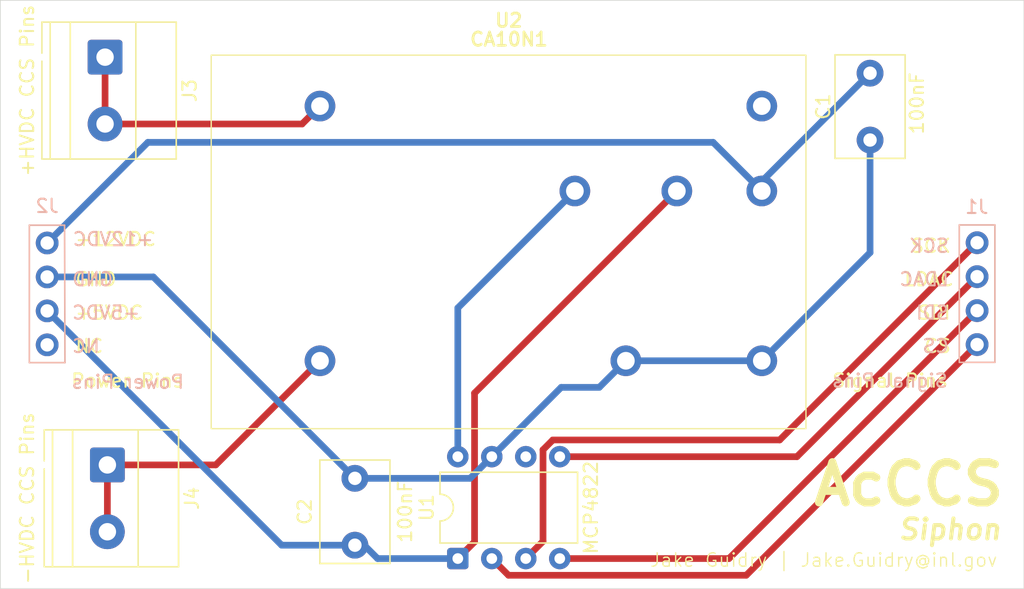
<source format=kicad_pcb>
(kicad_pcb (version 20241229) (generator "pcbnew") (generator_version "9.0")
  (layers (0 "F.Cu" signal) (2 "B.Cu" signal) (13 "F.Paste" user) (15 "B.Paste" user) (5 "F.SilkS" user "F.Silkscreen") (7 "B.SilkS" user "B.Silkscreen") (1 "F.Mask" user) (3 "B.Mask" user) (25 "Edge.Cuts" user))
  (net 0 "")
  (net 1 "/GND")
  (net 2 "/+12VDC")
  (net 3 "/+5VDC")
  (net 4 "/+HVDC")
  (net 5 "/-HVDC")
  (net 7 "/SDI")
  (net 8 "/CS")
  (net 9 "/SCK")
  (net 10 "/LDAC")
  (net 11 "Net-(U1-VA)")
  (footprint "Capacitor_THT:C_Disc_D7.5mm_W5.0mm_P5.00mm" (layer "F.Cu") (at 176.5 83.5 -90)
    (property "Reference" "C1" (at 2.5 3.5 90) (layer "F.SilkS"))
    (property "Value" "100nF" (at 2.25 -3.5 90) (layer "F.SilkS"))
    (fp_line (start -1.37 2.62) (end 6.37 2.62) (stroke (width 0.12)) (layer "F.SilkS"))
    (fp_line (start -1.37 -2.62) (end -1.37 2.62) (stroke (width 0.12)) (layer "F.SilkS"))
    (fp_line (start -1.37 -2.62) (end 6.37 -2.62) (stroke (width 0.12)) (layer "F.SilkS"))
    (fp_line (start 6.37 -2.62) (end 6.37 2.62) (stroke (width 0.12)) (layer "F.SilkS"))
    (pad "1" thru_hole circle (at 0 0 270) (size 2 2) (drill 1) (layers "*.Cu" "*.Mask") (net 2 "/+12VDC"))
    (pad "2" thru_hole circle (at 5 0 270) (size 2 2) (drill 1) (layers "*.Cu" "*.Mask") (net 1 "/GND"))
  )
  (footprint "Package_DIP:DIP-8_W7.62mm" (layer "F.Cu") (at 145.69 119.805 90)
    (property "Reference" "U1" (at 3.81 -2.33 90) (layer "F.SilkS"))
    (property "Value" "MCP4822" (at 3.81 9.95 90) (layer "F.SilkS"))
    (fp_line (start 6.46 -1.33) (end 4.81 -1.33) (stroke (width 0.12)) (layer "F.SilkS"))
    (fp_line (start 2.81 -1.33) (end 1.16 -1.33) (stroke (width 0.12)) (layer "F.SilkS"))
    (fp_line (start 1.16 -1.33) (end 1.16 8.95) (stroke (width 0.12)) (layer "F.SilkS"))
    (fp_line (start 6.46 8.95) (end 6.46 -1.33) (stroke (width 0.12)) (layer "F.SilkS"))
    (fp_line (start 1.16 8.95) (end 6.46 8.95) (stroke (width 0.12)) (layer "F.SilkS"))
    (fp_arc (start 4.81 -1.33) (mid 3.81 -0.33) (end 2.81 -1.33) (stroke (width 0.12)) (layer "F.SilkS"))
    (pad "1" thru_hole roundrect (at 0 0 90) (size 1.6 1.6) (drill 0.8) (layers "*.Cu" "*.Mask") (roundrect_rratio 0.15625) (net 3 "/+5VDC"))
    (pad "2" thru_hole circle (at 0 2.54 90) (size 1.6 1.6) (drill 0.8) (layers "*.Cu" "*.Mask") (net 8 "/CS"))
    (pad "3" thru_hole circle (at 0 5.08 90) (size 1.6 1.6) (drill 0.8) (layers "*.Cu" "*.Mask") (net 9 "/SCK"))
    (pad "4" thru_hole circle (at 0 7.62 90) (size 1.6 1.6) (drill 0.8) (layers "*.Cu" "*.Mask") (net 7 "/SDI"))
    (pad "5" thru_hole circle (at 7.62 7.62 90) (size 1.6 1.6) (drill 0.8) (layers "*.Cu" "*.Mask") (net 10 "/LDAC"))
    (pad "6" thru_hole circle (at 7.62 5.08 90) (size 1.6 1.6) (drill 0.8) (layers "*.Cu" "*.Mask"))
    (pad "7" thru_hole circle (at 7.62 2.54 90) (size 1.6 1.6) (drill 0.8) (layers "*.Cu" "*.Mask") (net 1 "/GND"))
    (pad "8" thru_hole circle (at 7.62 0 90) (size 1.6 1.6) (drill 0.8) (layers "*.Cu" "*.Mask") (net 11 "Net-(U1-VA)"))
  )
  (footprint "AcCCS_Siphon:CA10N" (layer "F.Cu") (at 135.39 85.96)
    (property "Reference" "U2" (at 14.11 -6.41 0) (layer "F.SilkS") (effects (font (thickness 0.2) (bold yes))))
    (property "Value" "CA10N1" (hide yes))
    (fp_rect (start -8.13 -3.81) (end 36.32 24.13) (stroke (width 0.1)) (fill no) (layer "F.SilkS"))
    (pad "" np_thru_hole circle (at 14.61 5.59) (size 4.75 4.75) (drill 4.75) (layers "*.Cu" "*.Mask"))
    (pad "1" thru_hole circle (at 0 0) (size 2.29 2.29) (drill 1.32) (layers "*.Cu" "*.Mask") (net 4 "/+HVDC"))
    (pad "2" thru_hole circle (at 19.05 6.35) (size 2.29 2.29) (drill 1.32) (layers "*.Cu" "*.Mask") (net 11 "Net-(U1-VA)"))
    (pad "3" thru_hole circle (at 22.86 19.05) (size 2.29 2.29) (drill 1.32) (layers "*.Cu" "*.Mask") (net 1 "/GND"))
    (pad "4" thru_hole circle (at 26.67 6.35) (size 2.29 2.29) (drill 1.32) (layers "*.Cu" "*.Mask") (net 3 "/+5VDC"))
    (pad "5" thru_hole circle (at 33.02 19.05) (size 2.29 2.29) (drill 1.32) (layers "*.Cu" "*.Mask") (net 1 "/GND"))
    (pad "6" thru_hole circle (at 33.02 6.35) (size 2.29 2.29) (drill 1.32) (layers "*.Cu" "*.Mask") (net 2 "/+12VDC"))
    (pad "7" thru_hole circle (at 33.02 0) (size 2.29 2.29) (drill 1.32) (layers "*.Cu" "*.Mask"))
    (pad "8" thru_hole circle (at 0 19.05) (size 2.29 2.29) (drill 1.32) (layers "*.Cu" "*.Mask") (net 5 "/-HVDC"))
  )
  (footprint "TerminalBlock_Phoenix:TerminalBlock_Phoenix_MKDS-1,5-2_1x02_P5.00mm_Horizontal" (layer "F.Cu") (at 119.3275 82.3 -90)
    (property "Reference" "J3" (at 2.5 -6.32 90) (layer "F.SilkS"))
    (property "Value" "+HVDC CCS Pins" (at 2.5 5.8275 90) (layer "F.SilkS"))
    (fp_line (start -2.62 4.72) (end -0.3 4.72) (stroke (width 0.12)) (layer "F.SilkS"))
    (fp_line (start 0.3 4.72) (end 7.62 4.72) (stroke (width 0.12)) (layer "F.SilkS"))
    (fp_line (start -2.62 4.1) (end 7.62 4.1) (stroke (width 0.12)) (layer "F.SilkS"))
    (fp_line (start -2.62 2.6) (end 7.62 2.6) (stroke (width 0.12)) (layer "F.SilkS"))
    (fp_line (start -2.62 -2.3) (end 7.62 -2.3) (stroke (width 0.12)) (layer "F.SilkS"))
    (fp_line (start -2.62 -5.32) (end -2.62 4.72) (stroke (width 0.12)) (layer "F.SilkS"))
    (fp_line (start -2.62 -5.32) (end 7.62 -5.32) (stroke (width 0.12)) (layer "F.SilkS"))
    (fp_line (start 7.62 -5.32) (end 7.62 4.72) (stroke (width 0.12)) (layer "F.SilkS"))
    (pad "1" thru_hole roundrect (at 0 0 270) (size 2.6 2.6) (drill 1.3) (layers "*.Cu" "*.Mask") (roundrect_rratio 0.096154) (net 4 "/+HVDC"))
    (pad "2" thru_hole circle (at 5 0 270) (size 2.6 2.6) (drill 1.3) (layers "*.Cu" "*.Mask") (net 4 "/+HVDC"))
  )
  (footprint "TerminalBlock_Phoenix:TerminalBlock_Phoenix_MKDS-1,5-2_1x02_P5.00mm_Horizontal" (layer "F.Cu") (at 119.5 112.8 -90)
    (property "Reference" "J4" (at 2.5 -6.32 90) (layer "F.SilkS"))
    (property "Value" "-HVDC CCS Pins" (at 2.5 6 90) (layer "F.SilkS"))
    (fp_line (start -2.62 4.72) (end -0.3 4.72) (stroke (width 0.12)) (layer "F.SilkS"))
    (fp_line (start 0.3 4.72) (end 7.62 4.72) (stroke (width 0.12)) (layer "F.SilkS"))
    (fp_line (start -2.62 4.1) (end 7.62 4.1) (stroke (width 0.12)) (layer "F.SilkS"))
    (fp_line (start -2.62 2.6) (end 7.62 2.6) (stroke (width 0.12)) (layer "F.SilkS"))
    (fp_line (start -2.62 -2.3) (end 7.62 -2.3) (stroke (width 0.12)) (layer "F.SilkS"))
    (fp_line (start -2.62 -5.32) (end -2.62 4.72) (stroke (width 0.12)) (layer "F.SilkS"))
    (fp_line (start -2.62 -5.32) (end 7.62 -5.32) (stroke (width 0.12)) (layer "F.SilkS"))
    (fp_line (start 7.62 -5.32) (end 7.62 4.72) (stroke (width 0.12)) (layer "F.SilkS"))
    (pad "1" thru_hole roundrect (at 0 0 270) (size 2.6 2.6) (drill 1.3) (layers "*.Cu" "*.Mask") (roundrect_rratio 0.096154) (net 5 "/-HVDC"))
    (pad "2" thru_hole circle (at 5 0 270) (size 2.6 2.6) (drill 1.3) (layers "*.Cu" "*.Mask") (net 5 "/-HVDC"))
  )
  (footprint "Capacitor_THT:C_Disc_D7.5mm_W5.0mm_P5.00mm" (layer "F.Cu") (at 138 118.805 90)
    (property "Reference" "C2" (at 2.5 -3.75 90) (layer "F.SilkS"))
    (property "Value" "100nF" (at 2.5 3.75 90) (layer "F.SilkS"))
    (fp_line (start 6.37 -2.62) (end 6.37 2.62) (stroke (width 0.12)) (layer "F.SilkS"))
    (fp_line (start -1.37 -2.62) (end 6.37 -2.62) (stroke (width 0.12)) (layer "F.SilkS"))
    (fp_line (start -1.37 -2.62) (end -1.37 2.62) (stroke (width 0.12)) (layer "F.SilkS"))
    (fp_line (start -1.37 2.62) (end 6.37 2.62) (stroke (width 0.12)) (layer "F.SilkS"))
    (pad "1" thru_hole circle (at 0 0 90) (size 2 2) (drill 1) (layers "*.Cu" "*.Mask") (net 3 "/+5VDC"))
    (pad "2" thru_hole circle (at 5 0 90) (size 2 2) (drill 1) (layers "*.Cu" "*.Mask") (net 1 "/GND"))
  )
  (footprint "Connector_PinSocket_2.54mm:PinSocket_1x04_P2.54mm_Vertical" (layer "B.Cu") (at 184.5 103.8)
    (property "Reference" "J1" (at -0.025 -10.3 180) (layer "B.SilkS") (effects (justify mirror)))
    (property "Value" "Signal Pins" (at -6.525 2.7 180) (layer "B.SilkS") (effects (justify mirror)))
    (fp_line (start -1.33 -8.95) (end 1.33 -8.95) (stroke (width 0.12)) (layer "B.SilkS"))
    (fp_line (start -1.33 1.33) (end -1.33 -8.95) (stroke (width 0.12)) (layer "B.SilkS"))
    (fp_line (start -1.3 1.33) (end 1.33 1.33) (stroke (width 0.12)) (layer "B.SilkS"))
    (fp_line (start 1.33 1.33) (end 1.33 -8.95) (stroke (width 0.12)) (layer "B.SilkS"))
    (pad "1" thru_hole circle (at 0 0) (size 1.7 1.7) (drill 1) (layers "*.Cu" "*.Mask") (net 8 "/CS"))
    (pad "2" thru_hole circle (at 0 -2.54) (size 1.7 1.7) (drill 1) (layers "*.Cu" "*.Mask") (net 7 "/SDI"))
    (pad "3" thru_hole circle (at 0 -5.08) (size 1.7 1.7) (drill 1) (layers "*.Cu" "*.Mask") (net 10 "/LDAC"))
    (pad "4" thru_hole circle (at 0 -7.62) (size 1.7 1.7) (drill 1) (layers "*.Cu" "*.Mask") (net 9 "/SCK"))
  )
  (footprint "Connector_PinSocket_2.54mm:PinSocket_1x04_P2.54mm_Vertical" (layer "B.Cu") (at 115 96.2 180)
    (property "Reference" "J2" (at 0 2.77 0) (layer "B.SilkS") (effects (justify mirror)))
    (property "Value" "Power Pins" (at -6.025 -10.39 0) (layer "B.SilkS") (effects (justify mirror)))
    (fp_line (start 1.33 1.33) (end 1.33 -8.95) (stroke (width 0.12)) (layer "B.SilkS"))
    (fp_line (start -1.3 1.33) (end 1.33 1.33) (stroke (width 0.12)) (layer "B.SilkS"))
    (fp_line (start -1.3 1.33) (end -1.33 -8.95) (stroke (width 0.12)) (layer "B.SilkS"))
    (fp_line (start -1.33 -8.95) (end 1.33 -8.95) (stroke (width 0.12)) (layer "B.SilkS"))
    (pad "1" thru_hole circle (at 0 0 180) (size 1.7 1.7) (drill 1) (layers "*.Cu" "*.Mask") (net 2 "/+12VDC"))
    (pad "2" thru_hole circle (at 0 -2.54 180) (size 1.7 1.7) (drill 1) (layers "*.Cu" "*.Mask") (net 1 "/GND"))
    (pad "3" thru_hole circle (at 0 -5.08 180) (size 1.7 1.7) (drill 1) (layers "*.Cu" "*.Mask") (net 3 "/+5VDC"))
    (pad "4" thru_hole circle (at 0 -7.62 180) (size 1.7 1.7) (drill 1) (layers "*.Cu" "*.Mask"))
  )
  (gr_rect (start 111.5 78.05) (end 188 122.05) (stroke (width 0.05)) (fill no) (layer "Edge.Cuts"))
  (gr_text "Signal Pins" (at 178 106.5 -0) (layer "F.SilkS") (effects (font (size 1 1))))
  (gr_text "NC" (at 117.025 104.5 0) (layer "F.SilkS") (effects (font (size 1 1)) (justify left bottom)))
  (gr_text "CA10N1" (at 146.5 81.55 0) (layer "F.SilkS") (effects (font (size 1 1) (thickness 0.2) (bold yes)) (justify left bottom)))
  (gr_text "CS" (at 180.475 104.5 0) (layer "F.SilkS") (effects (font (size 1 1)) (justify left bottom)))
  (gr_text "SDI\n" (at 179.975 102 0) (layer "F.SilkS") (effects (font (size 1 1)) (justify left bottom)))
  (gr_text "+5VDC" (at 117.025 102 0) (layer "F.SilkS") (effects (font (size 1 1)) (justify left bottom)))
  (gr_text "Siphon" (at 178.5 118.5 0) (layer "F.SilkS") (effects (font (size 1.5 1.5) (thickness 0.3) (bold yes) (italic yes)) (justify left bottom)))
  (gr_text "AcCCS" (at 172 116 0) (layer "F.SilkS") (effects (font (size 3 3) (thickness 0.6) (bold yes)) (justify left bottom)))
  (gr_text "Jake Guidry | Jake.Guidry@inl.gov" (at 160 120.5 0) (layer "F.SilkS") (effects (font (size 1 1) (thickness 0.1)) (justify left bottom)))
  (gr_text "Power Pins" (at 121 106.5 -0) (layer "F.SilkS") (effects (font (size 1 1))))
  (gr_text "GND" (at 117.025 99.5 0) (layer "F.SilkS") (effects (font (size 1 1)) (justify left bottom)))
  (gr_text "LDAC" (at 178.975 99.5 0) (layer "F.SilkS") (effects (font (size 1 1)) (justify left bottom)))
  (gr_text "SCK" (at 179.475 97 0) (layer "F.SilkS") (effects (font (size 1 1)) (justify left bottom)))
  (gr_text "+12VDC" (at 117.025 96.5 0) (layer "F.SilkS") (effects (font (size 1 1)) (justify left bottom)))
  (gr_text "+12VDC" (at 123.025 96.5 -0) (layer "B.SilkS") (effects (font (size 1 1)) (justify left bottom mirror)))
  (gr_text "LDAC" (at 182.475 99.5 -0) (layer "B.SilkS") (effects (font (size 1 1)) (justify left bottom mirror)))
  (gr_text "SCK" (at 182.475 97 -0) (layer "B.SilkS") (effects (font (size 1 1)) (justify left bottom mirror)))
  (gr_text "SDI\n" (at 182.475 102 -0) (layer "B.SilkS") (effects (font (size 1 1)) (justify left bottom mirror)))
  (gr_text "GND" (at 120.025 99.5 -0) (layer "B.SilkS") (effects (font (size 1 1)) (justify left bottom mirror)))
  (gr_text "+5VDC" (at 122.025 102 -0) (layer "B.SilkS") (effects (font (size 1 1)) (justify left bottom mirror)))
  (gr_text "NC" (at 119.025 104.5 -0) (layer "B.SilkS") (effects (font (size 1 1)) (justify left bottom mirror)))
  (gr_text "CS" (at 182.475 104.5 -0) (layer "B.SilkS") (effects (font (size 1 1)) (justify left bottom mirror)))
  (segment (start 138 113.805) (end 122.935 98.74) (width 0.5) (layer "B.Cu") (net 1))
  (segment (start 148.23 112.185) (end 153.415 107) (width 0.5) (layer "B.Cu") (net 1))
  (segment (start 153.415 107) (end 156.26 107) (width 0.5) (layer "B.Cu") (net 1))
  (segment (start 158.25 105.01) (end 168.41 105.01) (width 0.5) (layer "B.Cu") (net 1))
  (segment (start 168.41 105.01) (end 176.5 96.92) (width 0.5) (layer "B.Cu") (net 1))
  (segment (start 176.5 96.92) (end 176.5 88.5) (width 0.5) (layer "B.Cu") (net 1))
  (segment (start 122.935 98.74) (end 115 98.74) (width 0.5) (layer "B.Cu") (net 1))
  (segment (start 146.61 113.805) (end 148.23 112.185) (width 0.5) (layer "B.Cu") (net 1))
  (segment (start 138 113.805) (end 146.61 113.805) (width 0.5) (layer "B.Cu") (net 1))
  (segment (start 156.26 107) (end 158.25 105.01) (width 0.5) (layer "B.Cu") (net 1))
  (segment (start 168.41 91.59) (end 176.5 83.5) (width 0.5) (layer "B.Cu") (net 2))
  (segment (start 115 96.2) (end 122.526 88.674) (width 0.5) (layer "B.Cu") (net 2))
  (segment (start 168.41 92.31) (end 168.41 91.59) (width 0.5) (layer "B.Cu") (net 2))
  (segment (start 122.526 88.674) (end 164.774 88.674) (width 0.5) (layer "B.Cu") (net 2))
  (segment (start 164.774 88.674) (end 168.41 92.31) (width 0.5) (layer "B.Cu") (net 2))
  (segment (start 146.941 107.429) (end 146.941 118.554) (width 0.5) (layer "F.Cu") (net 3))
  (segment (start 162.06 92.31) (end 146.941 107.429) (width 0.5) (layer "F.Cu") (net 3))
  (segment (start 146.941 118.554) (end 145.69 119.805) (width 0.5) (layer "F.Cu") (net 3))
  (segment (start 138 118.805) (end 138.695 118.805) (width 0.5) (layer "B.Cu") (net 3))
  (segment (start 132.525 118.805) (end 138 118.805) (width 0.5) (layer "B.Cu") (net 3))
  (segment (start 139.695 119.805) (end 145.69 119.805) (width 0.5) (layer "B.Cu") (net 3))
  (segment (start 115 101.28) (end 132.525 118.805) (width 0.5) (layer "B.Cu") (net 3))
  (segment (start 138.695 118.805) (end 139.695 119.805) (width 0.5) (layer "B.Cu") (net 3))
  (segment (start 119.3275 82.3) (end 119.3275 87.3) (width 0.5) (layer "F.Cu") (net 4))
  (segment (start 134.05 87.3) (end 119.3275 87.3) (width 0.5) (layer "F.Cu") (net 4))
  (segment (start 135.39 85.96) (end 134.05 87.3) (width 0.5) (layer "F.Cu") (net 4))
  (segment (start 135.39 105.01) (end 127.6 112.8) (width 0.5) (layer "F.Cu") (net 5))
  (segment (start 119.5 117.8) (end 119.5 112.8) (width 0.5) (layer "F.Cu") (net 5))
  (segment (start 127.6 112.8) (end 119.5 112.8) (width 0.5) (layer "F.Cu") (net 5))
  (segment (start 165.955 119.805) (end 184.5 101.26) (width 0.5) (layer "F.Cu") (net 7))
  (segment (start 153.31 119.805) (end 165.955 119.805) (width 0.5) (layer "F.Cu") (net 7))
  (segment (start 149.481 121.056) (end 148.23 119.805) (width 0.5) (layer "F.Cu") (net 8))
  (segment (start 184.5 103.8) (end 167.244 121.056) (width 0.5) (layer "F.Cu") (net 8))
  (segment (start 167.244 121.056) (end 149.481 121.056) (width 0.5) (layer "F.Cu") (net 8))
  (segment (start 169.746 110.934) (end 152.791818 110.934) (width 0.5) (layer "F.Cu") (net 9))
  (segment (start 152.059 111.666818) (end 152.059 118.516) (width 0.5) (layer "F.Cu") (net 9))
  (segment (start 184.5 96.18) (end 169.746 110.934) (width 0.5) (layer "F.Cu") (net 9))
  (segment (start 152.059 118.516) (end 150.77 119.805) (width 0.5) (layer "F.Cu") (net 9))
  (segment (start 152.791818 110.934) (end 152.059 111.666818) (width 0.5) (layer "F.Cu") (net 9))
  (segment (start 153.31 112.185) (end 171.035 112.185) (width 0.5) (layer "F.Cu") (net 10))
  (segment (start 171.035 112.185) (end 184.5 98.72) (width 0.5) (layer "F.Cu") (net 10))
  (segment (start 145.69 101.06) (end 154.44 92.31) (width 0.5) (layer "B.Cu") (net 11))
  (segment (start 145.69 112.185) (end 145.69 101.06) (width 0.5) (layer "B.Cu") (net 11))
)
</source>
